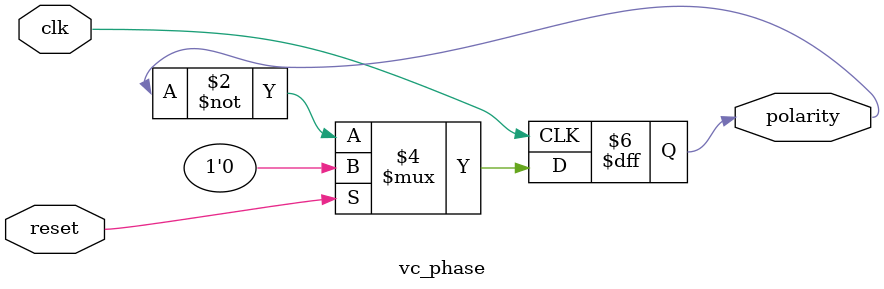
<source format=v>
module vc_phase (
  input  wire clk,
  input  wire reset,   // active-high synchronous
  output reg  polarity // 0=even, 1=odd
);
  always @(posedge clk) begin
    if (reset) polarity <= 1'b0;
    else       polarity <= ~polarity;
  end
endmodule

</source>
